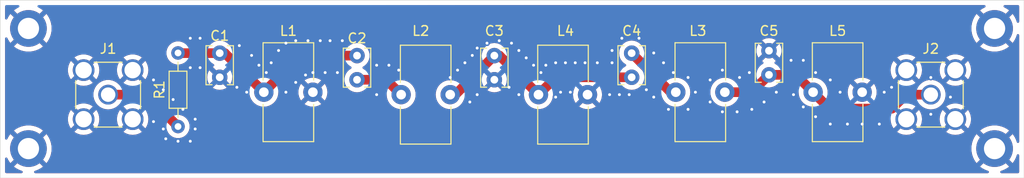
<source format=kicad_pcb>
(kicad_pcb (version 20240108) (generator "pcbnew") (generator_version "8.0")
  (layers (0 "F.Cu" signal) (31 "B.Cu" signal) (34 "B.Paste" user) (35 "F.Paste" user) (36 "B.SilkS" user "B.Silkscreen") (37 "F.SilkS" user "F.Silkscreen") (38 "B.Mask" user) (39 "F.Mask" user) (44 "Edge.Cuts" user))
  (net 0 "")
  (net 1 "Net-(C1-Pad2)")
  (net 2 "Net-(C2-Pad1)")
  (net 3 "Net-(C3-Pad2)")
  (net 4 "Net-(J2-In)")
  (net 5 "Net-(C5-Pad2)")
  (net 6 "Net-(J1-In)")
  (net 7 "GND")
  (footprint "Capacitor_THT:C_Disc_D3.8mm_W2.6mm_P2.50mm" (layer "F.Cu") (at 164.338 96.5 90)
    (property "Reference" "C5" (at 4.552 0 0) (layer "F.SilkS"))
    (property "Value" "470p")
    (fp_line (start 3.27 -1.42) (end 3.27 -0.795) (stroke (width 0.12)) (layer "F.SilkS"))
    (fp_line (start -0.77 -1.42) (end 3.27 -1.42) (stroke (width 0.12)) (layer "F.SilkS"))
    (fp_line (start -0.77 -1.42) (end -0.77 -0.795) (stroke (width 0.12)) (layer "F.SilkS"))
    (fp_line (start 3.27 0.795) (end 3.27 1.42) (stroke (width 0.12)) (layer "F.SilkS"))
    (fp_line (start -0.77 0.795) (end -0.77 1.42) (stroke (width 0.12)) (layer "F.SilkS"))
    (fp_line (start -0.77 1.42) (end 3.27 1.42) (stroke (width 0.12)) (layer "F.SilkS"))
    (pad "1" thru_hole circle (at 0 0 90) (size 1.6 1.6) (drill 0.8) (layers "*.Cu" "*.Mask") (net 4 "Net-(J2-In)"))
    (pad "2" thru_hole circle (at 2.5 0 90) (size 1.6 1.6) (drill 0.8) (layers "*.Cu" "*.Mask") (net 7 "GND"))
  )
  (footprint "Resistor_THT:R_Axial_DIN0204_L3.6mm_D1.6mm_P7.62mm_Horizontal" (layer "F.Cu") (at 103.124 101.854 90)
    (property "Reference" "R1" (at 3.81 -1.92 -90) (layer "F.SilkS"))
    (property "Value" "50")
    (fp_line (start 5.73 -0.92) (end 1.89 -0.92) (stroke (width 0.12)) (layer "F.SilkS"))
    (fp_line (start 1.89 -0.92) (end 1.89 0.92) (stroke (width 0.12)) (layer "F.SilkS"))
    (fp_line (start 6.68 0) (end 5.73 0) (stroke (width 0.12)) (layer "F.SilkS"))
    (fp_line (start 0.94 0) (end 1.89 0) (stroke (width 0.12)) (layer "F.SilkS"))
    (fp_line (start 5.73 0.92) (end 5.73 -0.92) (stroke (width 0.12)) (layer "F.SilkS"))
    (fp_line (start 1.89 0.92) (end 5.73 0.92) (stroke (width 0.12)) (layer "F.SilkS"))
    (pad "1" thru_hole circle (at 0 0 90) (size 1.4 1.4) (drill 0.7) (layers "*.Cu" "*.Mask") (net 6 "Net-(J1-In)"))
    (pad "2" thru_hole oval (at 7.62 0 90) (size 1.4 1.4) (drill 0.7) (layers "*.Cu" "*.Mask") (net 2 "Net-(C2-Pad1)"))
  )
  (footprint "Inductor_THT:L_Toroid_Vertical_L10.0mm_W5.0mm_P5.08mm" (layer "F.Cu") (at 112.014 98.298 90)
    (property "Reference" "L1" (at 6.35 2.54 180) (layer "F.SilkS"))
    (property "Value" "13u")
    (fp_line (start 5.12 -0.08) (end 5.12 5.16) (stroke (width 0.12)) (layer "F.SilkS"))
    (fp_line (start 1.255 -0.08) (end 5.12 -0.08) (stroke (width 0.12)) (layer "F.SilkS"))
    (fp_line (start -5.12 -0.08) (end -1.255 -0.08) (stroke (width 0.12)) (layer "F.SilkS"))
    (fp_line (start -5.12 -0.08) (end -5.12 5.16) (stroke (width 0.12)) (layer "F.SilkS"))
    (fp_line (start 1.255 5.16) (end 5.12 5.16) (stroke (width 0.12)) (layer "F.SilkS"))
    (fp_line (start -5.12 5.16) (end -1.255 5.16) (stroke (width 0.12)) (layer "F.SilkS"))
    (pad "1" thru_hole circle (at 0 0 90) (size 2 2) (drill 1) (layers "*.Cu" "*.Mask") (net 2 "Net-(C2-Pad1)"))
    (pad "2" thru_hole circle (at 0 5.08 90) (size 2 2) (drill 1) (layers "*.Cu" "*.Mask") (net 7 "GND"))
  )
  (footprint "Inductor_THT:L_Toroid_Vertical_L10.0mm_W5.0mm_P5.08mm" (layer "F.Cu") (at 168.91 98.298 90)
    (property "Reference" "L5" (at 6.35 2.54 0) (layer "F.SilkS"))
    (property "Value" "13u")
    (fp_line (start 5.12 -0.08) (end 5.12 5.16) (stroke (width 0.12)) (layer "F.SilkS"))
    (fp_line (start 1.255 -0.08) (end 5.12 -0.08) (stroke (width 0.12)) (layer "F.SilkS"))
    (fp_line (start -5.12 -0.08) (end -1.255 -0.08) (stroke (width 0.12)) (layer "F.SilkS"))
    (fp_line (start -5.12 -0.08) (end -5.12 5.16) (stroke (width 0.12)) (layer "F.SilkS"))
    (fp_line (start 1.255 5.16) (end 5.12 5.16) (stroke (width 0.12)) (layer "F.SilkS"))
    (fp_line (start -5.12 5.16) (end -1.255 5.16) (stroke (width 0.12)) (layer "F.SilkS"))
    (pad "1" thru_hole circle (at 0 0 90) (size 2 2) (drill 1) (layers "*.Cu" "*.Mask") (net 4 "Net-(J2-In)"))
    (pad "2" thru_hole circle (at 0 5.08 90) (size 2 2) (drill 1) (layers "*.Cu" "*.Mask") (net 7 "GND"))
  )
  (footprint "MountingHole:MountingHole_2.2mm_M2_DIN965_Pad" (layer "F.Cu") (at 187.706 104.14)
    (property "Reference" "REF**" (hide yes))
    (property "Value" "MountingHole_2.2mm_M2_DIN965_Pad" (hide yes))
    (pad "1" thru_hole circle (at 0 0) (size 3.8 3.8) (drill 2.2) (layers "*.Cu" "*.Mask") (net 7 "GND"))
  )
  (footprint "Connector_Coaxial:SMA_Amphenol_901-144_Vertical" (layer "F.Cu") (at 181.102 98.552)
    (property "Reference" "J2" (at 0 -4.75 0) (layer "F.SilkS"))
    (property "Value" "OUT")
    (fp_line (start -3.355 -1.45) (end -3.355 1.45) (stroke (width 0.12)) (layer "F.SilkS"))
    (fp_line (start -1.45 -3.355) (end 1.45 -3.355) (stroke (width 0.12)) (layer "F.SilkS"))
    (fp_line (start -1.45 3.355) (end 1.45 3.355) (stroke (width 0.12)) (layer "F.SilkS"))
    (fp_line (start 3.355 -1.45) (end 3.355 1.45) (stroke (width 0.12)) (layer "F.SilkS"))
    (pad "1" thru_hole circle (at 0 0) (size 2.05 2.05) (drill 1.5) (layers "*.Cu" "*.Mask") (net 4 "Net-(J2-In)"))
    (pad "2" thru_hole circle (at -2.54 -2.54) (size 2.25 2.25) (drill 1.7) (layers "*.Cu" "*.Mask") (net 7 "GND"))
    (pad "2" thru_hole circle (at -2.54 2.54) (size 2.25 2.25) (drill 1.7) (layers "*.Cu" "*.Mask") (net 7 "GND"))
    (pad "2" thru_hole circle (at 2.54 -2.54) (size 2.25 2.25) (drill 1.7) (layers "*.Cu" "*.Mask") (net 7 "GND"))
    (pad "2" thru_hole circle (at 2.54 2.54) (size 2.25 2.25) (drill 1.7) (layers "*.Cu" "*.Mask") (net 7 "GND"))
  )
  (footprint "MountingHole:MountingHole_2.2mm_M2_DIN965_Pad" (layer "F.Cu") (at 187.706 91.694)
    (property "Reference" "REF**" (hide yes))
    (property "Value" "MountingHole_2.2mm_M2_DIN965_Pad" (hide yes))
    (pad "1" thru_hole circle (at 0 0) (size 3.8 3.8) (drill 2.2) (layers "*.Cu" "*.Mask") (net 7 "GND"))
  )
  (footprint "Capacitor_THT:C_Disc_D3.8mm_W2.6mm_P2.50mm" (layer "F.Cu") (at 121.666 94.508 -90)
    (property "Reference" "C2" (at -1.798 0 180) (layer "F.SilkS"))
    (property "Value" "4.3n")
    (fp_line (start -0.77 1.42) (end 3.27 1.42) (stroke (width 0.12)) (layer "F.SilkS"))
    (fp_line (start -0.77 0.795) (end -0.77 1.42) (stroke (width 0.12)) (layer "F.SilkS"))
    (fp_line (start 3.27 0.795) (end 3.27 1.42) (stroke (width 0.12)) (layer "F.SilkS"))
    (fp_line (start -0.77 -1.42) (end -0.77 -0.795) (stroke (width 0.12)) (layer "F.SilkS"))
    (fp_line (start -0.77 -1.42) (end 3.27 -1.42) (stroke (width 0.12)) (layer "F.SilkS"))
    (fp_line (start 3.27 -1.42) (end 3.27 -0.795) (stroke (width 0.12)) (layer "F.SilkS"))
    (pad "1" thru_hole circle (at 0 0 270) (size 1.6 1.6) (drill 0.8) (layers "*.Cu" "*.Mask") (net 2 "Net-(C2-Pad1)"))
    (pad "2" thru_hole circle (at 2.5 0 270) (size 1.6 1.6) (drill 0.8) (layers "*.Cu" "*.Mask") (net 3 "Net-(C3-Pad2)"))
  )
  (footprint "Capacitor_THT:C_Disc_D3.8mm_W2.6mm_P2.50mm" (layer "F.Cu") (at 107.442 94.254 -90)
    (property "Reference" "C1" (at -1.798 0 180) (layer "F.SilkS"))
    (property "Value" "470p")
    (fp_line (start -0.77 1.42) (end 3.27 1.42) (stroke (width 0.12)) (layer "F.SilkS"))
    (fp_line (start -0.77 0.795) (end -0.77 1.42) (stroke (width 0.12)) (layer "F.SilkS"))
    (fp_line (start 3.27 0.795) (end 3.27 1.42) (stroke (width 0.12)) (layer "F.SilkS"))
    (fp_line (start -0.77 -1.42) (end -0.77 -0.795) (stroke (width 0.12)) (layer "F.SilkS"))
    (fp_line (start -0.77 -1.42) (end 3.27 -1.42) (stroke (width 0.12)) (layer "F.SilkS"))
    (fp_line (start 3.27 -1.42) (end 3.27 -0.795) (stroke (width 0.12)) (layer "F.SilkS"))
    (pad "1" thru_hole circle (at 0 0 270) (size 1.6 1.6) (drill 0.8) (layers "*.Cu" "*.Mask") (net 2 "Net-(C2-Pad1)"))
    (pad "2" thru_hole circle (at 2.5 0 270) (size 1.6 1.6) (drill 0.8) (layers "*.Cu" "*.Mask") (net 7 "GND"))
  )
  (footprint "MountingHole:MountingHole_2.2mm_M2_DIN965_Pad" (layer "F.Cu") (at 87.63 104.14)
    (property "Reference" "REF**" (hide yes))
    (property "Value" "MountingHole_2.2mm_M2_DIN965_Pad" (hide yes))
    (pad "" thru_hole circle (at 0 0) (size 3.8 3.8) (drill 2.2) (layers "*.Cu" "*.Mask") (net 7 "GND"))
  )
  (footprint "MountingHole:MountingHole_2.2mm_M2_DIN965_Pad" (layer "F.Cu") (at 87.63 91.694)
    (property "Reference" "REF**" (hide yes))
    (property "Value" "MountingHole_2.2mm_M2_DIN965_Pad" (hide yes))
    (pad "1" thru_hole circle (at 0 0) (size 3.8 3.8) (drill 2.2) (layers "*.Cu" "*.Mask") (net 7 "GND"))
  )
  (footprint "Capacitor_THT:C_Disc_D3.8mm_W2.6mm_P2.50mm" (layer "F.Cu") (at 135.89 97.008 90)
    (property "Reference" "C3" (at 5.06 0 0) (layer "F.SilkS"))
    (property "Value" "820p")
    (fp_line (start 3.27 -1.42) (end 3.27 -0.795) (stroke (width 0.12)) (layer "F.SilkS"))
    (fp_line (start -0.77 -1.42) (end 3.27 -1.42) (stroke (width 0.12)) (layer "F.SilkS"))
    (fp_line (start -0.77 -1.42) (end -0.77 -0.795) (stroke (width 0.12)) (layer "F.SilkS"))
    (fp_line (start 3.27 0.795) (end 3.27 1.42) (stroke (width 0.12)) (layer "F.SilkS"))
    (fp_line (start -0.77 0.795) (end -0.77 1.42) (stroke (width 0.12)) (layer "F.SilkS"))
    (fp_line (start -0.77 1.42) (end 3.27 1.42) (stroke (width 0.12)) (layer "F.SilkS"))
    (pad "1" thru_hole circle (at 0 0 90) (size 1.6 1.6) (drill 0.8) (layers "*.Cu" "*.Mask") (net 7 "GND"))
    (pad "2" thru_hole circle (at 2.5 0 90) (size 1.6 1.6) (drill 0.8) (layers "*.Cu" "*.Mask") (net 1 "Net-(C1-Pad2)"))
  )
  (footprint "Inductor_THT:L_Toroid_Vertical_L10.0mm_W5.0mm_P5.08mm" (layer "F.Cu") (at 154.686 98.298 90)
    (property "Reference" "L3" (at 6.35 2.286 0) (layer "F.SilkS"))
    (property "Value" "1.5u")
    (fp_line (start 5.12 -0.08) (end 5.12 5.16) (stroke (width 0.12)) (layer "F.SilkS"))
    (fp_line (start 1.255 -0.08) (end 5.12 -0.08) (stroke (width 0.12)) (layer "F.SilkS"))
    (fp_line (start -5.12 -0.08) (end -1.255 -0.08) (stroke (width 0.12)) (layer "F.SilkS"))
    (fp_line (start -5.12 -0.08) (end -5.12 5.16) (stroke (width 0.12)) (layer "F.SilkS"))
    (fp_line (start 1.255 5.16) (end 5.12 5.16) (stroke (width 0.12)) (layer "F.SilkS"))
    (fp_line (start -5.12 5.16) (end -1.255 5.16) (stroke (width 0.12)) (layer "F.SilkS"))
    (pad "1" thru_hole circle (at 0 0 90) (size 2 2) (drill 1) (layers "*.Cu" "*.Mask") (net 5 "Net-(C5-Pad2)"))
    (pad "2" thru_hole circle (at 0 5.08 90) (size 2 2) (drill 1) (layers "*.Cu" "*.Mask") (net 4 "Net-(J2-In)"))
  )
  (footprint "Connector_Coaxial:SMA_Amphenol_901-144_Vertical" (layer "F.Cu") (at 95.885 98.552)
    (property "Reference" "J1" (at 0 -4.75 0) (layer "F.SilkS"))
    (property "Value" "IN")
    (fp_line (start -3.355 -1.45) (end -3.355 1.45) (stroke (width 0.12)) (layer "F.SilkS"))
    (fp_line (start -1.45 -3.355) (end 1.45 -3.355) (stroke (width 0.12)) (layer "F.SilkS"))
    (fp_line (start -1.45 3.355) (end 1.45 3.355) (stroke (width 0.12)) (layer "F.SilkS"))
    (fp_line (start 3.355 -1.45) (end 3.355 1.45) (stroke (width 0.12)) (layer "F.SilkS"))
    (pad "1" thru_hole circle (at 0 0) (size 2.05 2.05) (drill 1.5) (layers "*.Cu" "*.Mask") (net 6 "Net-(J1-In)"))
    (pad "2" thru_hole circle (at -2.54 -2.54) (size 2.25 2.25) (drill 1.7) (layers "*.Cu" "*.Mask") (net 7 "GND"))
    (pad "2" thru_hole circle (at -2.54 2.54) (size 2.25 2.25) (drill 1.7) (layers "*.Cu" "*.Mask") (net 7 "GND"))
    (pad "2" thru_hole circle (at 2.54 -2.54) (size 2.25 2.25) (drill 1.7) (layers "*.Cu" "*.Mask") (net 7 "GND"))
    (pad "2" thru_hole circle (at 2.54 2.54) (size 2.25 2.25) (drill 1.7) (layers "*.Cu" "*.Mask") (net 7 "GND"))
  )
  (footprint "Inductor_THT:L_Toroid_Vertical_L10.0mm_W5.0mm_P5.08mm" (layer "F.Cu") (at 126.238 98.552 90)
    (property "Reference" "L2" (at 6.604 2.032 0) (layer "F.SilkS"))
    (property "Value" "1.5u")
    (fp_line (start 5.12 -0.08) (end 5.12 5.16) (stroke (width 0.12)) (layer "F.SilkS"))
    (fp_line (start 1.255 -0.08) (end 5.12 -0.08) (stroke (width 0.12)) (layer "F.SilkS"))
    (fp_line (start -5.12 -0.08) (end -1.255 -0.08) (stroke (width 0.12)) (layer "F.SilkS"))
    (fp_line (start -5.12 -0.08) (end -5.12 5.16) (stroke (width 0.12)) (layer "F.SilkS"))
    (fp_line (start 1.255 5.16) (end 5.12 5.16) (stroke (width 0.12)) (layer "F.SilkS"))
    (fp_line (start -5.12 5.16) (end -1.255 5.16) (stroke (width 0.12)) (layer "F.SilkS"))
    (pad "1" thru_hole circle (at 0 0 90) (size 2 2) (drill 1) (layers "*.Cu" "*.Mask") (net 3 "Net-(C3-Pad2)"))
    (pad "2" thru_hole circle (at 0 5.08 90) (size 2 2) (drill 1) (layers "*.Cu" "*.Mask") (net 1 "Net-(C1-Pad2)"))
  )
  (footprint "Inductor_THT:L_Toroid_Vertical_L10.0mm_W5.0mm_P5.08mm" (layer "F.Cu") (at 140.462 98.552 90)
    (property "Reference" "L4" (at 6.604 2.794 0) (layer "F.SilkS"))
    (property "Value" "7.5u")
    (fp_line (start 5.12 -0.08) (end 5.12 5.16) (stroke (width 0.12)) (layer "F.SilkS"))
    (fp_line (start 1.255 -0.08) (end 5.12 -0.08) (stroke (width 0.12)) (layer "F.SilkS"))
    (fp_line (start -5.12 -0.08) (end -1.255 -0.08) (stroke (width 0.12)) (layer "F.SilkS"))
    (fp_line (start -5.12 -0.08) (end -5.12 5.16) (stroke (width 0.12)) (layer "F.SilkS"))
    (fp_line (start 1.255 5.16) (end 5.12 5.16) (stroke (width 0.12)) (layer "F.SilkS"))
    (fp_line (start -5.12 5.16) (end -1.255 5.16) (stroke (width 0.12)) (layer "F.SilkS"))
    (pad "1" thru_hole circle (at 0 0 90) (size 2 2) (drill 1) (layers "*.Cu" "*.Mask") (net 1 "Net-(C1-Pad2)"))
    (pad "2" thru_hole circle (at 0 5.08 90) (size 2 2) (drill 1) (layers "*.Cu" "*.Mask") (net 7 "GND"))
  )
  (footprint "Capacitor_THT:C_Disc_D3.8mm_W2.6mm_P2.50mm" (layer "F.Cu") (at 150.114 96.754 90)
    (property "Reference" "C4" (at 4.806 0 0) (layer "F.SilkS"))
    (property "Value" "4.3n")
    (fp_line (start 3.27 -1.42) (end 3.27 -0.795) (stroke (width 0.12)) (layer "F.SilkS"))
    (fp_line (start -0.77 -1.42) (end 3.27 -1.42) (stroke (width 0.12)) (layer "F.SilkS"))
    (fp_line (start -0.77 -1.42) (end -0.77 -0.795) (stroke (width 0.12)) (layer "F.SilkS"))
    (fp_line (start 3.27 0.795) (end 3.27 1.42) (stroke (width 0.12)) (layer "F.SilkS"))
    (fp_line (start -0.77 0.795) (end -0.77 1.42) (stroke (width 0.12)) (layer "F.SilkS"))
    (fp_line (start -0.77 1.42) (end 3.27 1.42) (stroke (width 0.12)) (layer "F.SilkS"))
    (pad "1" thru_hole circle (at 0 0 90) (size 1.6 1.6) (drill 0.8) (layers "*.Cu" "*.Mask") (net 1 "Net-(C1-Pad2)"))
    (pad "2" thru_hole circle (at 2.5 0 90) (size 1.6 1.6) (drill 0.8) (layers "*.Cu" "*.Mask") (net 5 "Net-(C5-Pad2)"))
  )
  (gr_rect (start 84.709 88.773) (end 190.754 107.188) (stroke (width 0.05)) (fill none) (layer "Edge.Cuts"))
  (segment (start 135.89 94.508) (end 136.418 94.508) (width 1) (layer "F.Cu") (net 1))
  (segment (start 140.462 98.552) (end 142.26 96.754) (width 1) (layer "F.Cu") (net 1))
  (segment (start 131.318 98.552) (end 131.846 98.552) (width 1) (layer "F.Cu") (net 1))
  (segment (start 142.26 96.754) (end 150.114 96.754) (width 1) (layer "F.Cu") (net 1))
  (segment (start 131.846 98.552) (end 135.89 94.508) (width 1) (layer "F.Cu") (net 1))
  (segment (start 136.418 94.508) (end 140.462 98.552) (width 1) (layer "F.Cu") (net 1))
  (segment (start 112.014 98.298) (end 115.804 94.508) (width 1) (layer "F.Cu") (net 2))
  (segment (start 107.442 94.254) (end 103.144 94.254) (width 1) (layer "F.Cu") (net 2))
  (segment (start 103.144 94.254) (end 103.124 94.234) (width 1) (layer "F.Cu") (net 2))
  (segment (start 107.97 94.254) (end 112.014 98.298) (width 1) (layer "F.Cu") (net 2))
  (segment (start 115.804 94.508) (end 121.666 94.508) (width 1) (layer "F.Cu") (net 2))
  (segment (start 107.442 94.254) (end 107.97 94.254) (width 1) (layer "F.Cu") (net 2))
  (segment (start 121.666 97.008) (end 124.694 97.008) (width 1) (layer "F.Cu") (net 3))
  (segment (start 124.694 97.008) (end 126.238 98.552) (width 1) (layer "F.Cu") (net 3))
  (segment (start 159.766 98.298) (end 162.54 98.298) (width 1) (layer "F.Cu") (net 4))
  (segment (start 177.07506 99.998) (end 178.52106 98.552) (width 1) (layer "F.Cu") (net 4))
  (segment (start 164.338 96.5) (end 167.112 96.5) (width 1) (layer "F.Cu") (net 4))
  (segment (start 170.61 99.998) (end 177.07506 99.998) (width 1) (layer "F.Cu") (net 4))
  (segment (start 167.112 96.5) (end 168.91 98.298) (width 1) (layer "F.Cu") (net 4))
  (segment (start 162.54 98.298) (end 164.338 96.5) (width 1) (layer "F.Cu") (net 4))
  (segment (start 178.52106 98.552) (end 181.102 98.552) (width 1) (layer "F.Cu") (net 4))
  (segment (start 168.91 98.298) (end 170.61 99.998) (width 1) (layer "F.Cu") (net 4))
  (segment (start 154.686 98.298) (end 154.158 98.298) (width 1) (layer "F.Cu") (net 5))
  (segment (start 154.158 98.298) (end 150.114 94.254) (width 1) (layer "F.Cu") (net 5))
  (segment (start 95.885 98.552) (end 99.822 98.552) (width 1) (layer "F.Cu") (net 6))
  (segment (start 99.822 98.552) (end 103.124 101.854) (width 1) (layer "F.Cu") (net 6))
  (via (at 170.688 97.028) (size 0.6) (drill 0.3) (layers "F.Cu" "B.Cu") (net 7))
  (via (at 153.924 100.076) (size 0.6) (drill 0.3) (layers "F.Cu" "B.Cu") (net 7))
  (via (at 101.854 103.124) (size 0.6) (drill 0.3) (layers "F.Cu" "B.Cu") (net 7))
  (via (at 146.558 95.25) (size 0.6) (drill 0.3) (layers "F.Cu" "B.Cu") (net 7))
  (via (at 131.318 96.774) (size 0.6) (drill 0.3) (layers "F.Cu" "B.Cu") (net 7))
  (via (at 104.394 92.71) (size 0.6) (drill 0.3) (layers "F.Cu" "B.Cu") (net 7))
  (via (at 171.704 98.298) (size 0.6) (drill 0.3) (layers "F.Cu" "B.Cu") (net 7))
  (via (at 162.306 96.266) (size 0.6) (drill 0.3) (layers "F.Cu" "B.Cu") (net 7))
  (via (at 120.142 92.964) (size 0.6) (drill 0.3) (layers "F.Cu" "B.Cu") (net 7))
  (via (at 155.956 96.774) (size 0.6) (drill 0.3) (layers "F.Cu" "B.Cu") (net 7))
  (via (at 132.842 95.25) (size 0.6) (drill 0.3) (layers "F.Cu" "B.Cu") (net 7))
  (via (at 170.688 101.6) (size 0.6) (drill 0.3) (layers "F.Cu" "B.Cu") (net 7))
  (via (at 149.098 92.71) (size 0.6) (drill 0.3) (layers "F.Cu" "B.Cu") (net 7))
  (via (at 133.35 99.314) (size 0.6) (drill 0.3) (layers "F.Cu" "B.Cu") (net 7))
  (via (at 137.668 93.218) (size 0.6) (drill 0.3) (layers "F.Cu" "B.Cu") (net 7))
  (via (at 163.83 99.314) (size 0.6) (drill 0.3) (layers "F.Cu" "B.Cu") (net 7))
  (via (at 142.24 98.806) (size 0.6) (drill 0.3) (layers "F.Cu" "B.Cu") (net 7))
  (via (at 152.4 98.806) (size 0.6) (drill 0.3) (layers "F.Cu" "B.Cu") (net 7))
  (via (at 148.082 93.98) (size 0.6) (drill 0.3) (layers "F.Cu" "B.Cu") (net 7))
  (via (at 118.364 96.266) (size 0.6) (drill 0.3) (layers "F.Cu" "B.Cu") (net 7))
  (via (at 166.624 94.996) (size 0.6) (drill 0.3) (layers "F.Cu" "B.Cu") (net 7))
  (via (at 181.102 96.774) (size 0.6) (drill 0.3) (layers "F.Cu" "B.Cu") (net 7))
  (via (at 141.224 95.504) (size 0.6) (drill 0.3) (layers "F.Cu" "B.Cu") (net 7))
  (via (at 135.128 93.218) (size 0.6) (drill 0.3) (layers "F.Cu" "B.Cu") (net 7))
  (via (at 104.902 102.108) (size 0.6) (drill 0.3) (layers "F.Cu" "B.Cu") (net 7))
  (via (at 136.398 92.964) (size 0.6) (drill 0.3) (layers "F.Cu" "B.Cu") (net 7))
  (via (at 114.3 93.218) (size 0.6) (drill 0.3) (layers "F.Cu" "B.Cu") (net 7))
  (via (at 169.164 100.838) (size 0.6) (drill 0.3) (layers "F.Cu" "B.Cu") (net 7))
  (via (at 177.038 97.79) (size 0.6) (drill 0.3) (layers "F.Cu" "B.Cu") (net 7))
  (via (at 150.876 92.71) (size 0.6) (drill 0.3) (layers "F.Cu" "B.Cu") (net 7))
  (via (at 110.236 98.298) (size 0.6) (drill 0.3) (layers "F.Cu" "B.Cu") (net 7))
  (via (at 115.316 92.964) (size 0.6) (drill 0.3) (layers "F.Cu" "B.Cu") (net 7))
  (via (at 161.29 96.774) (size 0.6) (drill 0.3) (layers "F.Cu" "B.Cu") (net 7))
  (via (at 102.616 99.06) (size 0.6) (drill 0.3) (layers "F.Cu" "B.Cu") (net 7))
  (via (at 143.256 95.25) (size 0.6) (drill 0.3) (layers "F.Cu" "B.Cu") (net 7))
  (via (at 149.86 98.552) (size 0.6) (drill 0.3) (layers "F.Cu" "B.Cu") (net 7))
  (via (at 134.112 98.552) (size 0.6) (drill 0.3) (layers "F.Cu" "B.Cu") (net 7))
  (via (at 114.3 98.298) (size 0.6) (drill 0.3) (layers "F.Cu" "B.Cu") (net 7))
  (via (at 183.134 98.806) (size 0.6) (drill 0.3) (layers "F.Cu" "B.Cu") (net 7))
  (via (at 176.276 98.298) (size 0.6) (drill 0.3) (layers "F.Cu" "B.Cu") (net 7))
  (via (at 139.192 94.742) (size 0.6) (drill 0.3) (layers "F.Cu" "B.Cu") (net 7))
  (via (at 104.394 95.758) (size 0.6) (drill 0.3) (layers "F.Cu" "B.Cu") (net 7))
  (via (at 116.586 92.964) (size 0.6) (drill 0.3) (layers "F.Cu" "B.Cu") (net 7))
  (via (at 103.632 100.076) (size 0.6) (drill 0.3) (layers "F.Cu" "B.Cu") (net 7))
  (via (at 155.956 100.076) (size 0.6) (drill 0.3) (layers "F.Cu" "B.Cu") (net 7))
  (via (at 153.416 95.25) (size 0.6) (drill 0.3) (layers "F.Cu" "B.Cu") (net 7))
  (via (at 137.414 97.79) (size 0.6) (drill 0.3) (layers "F.Cu" "B.Cu") (net 7))
  (via (at 133.604 94.488) (size 0.6) (drill 0.3) (layers "F.Cu" "B.Cu") (net 7))
  (via (at 173.99 101.6) (size 0.6) (drill 0.3) (layers "F.Cu" "B.Cu") (net 7))
  (via (at 154.432 96.266) (size 0.6) (drill 0.3) (layers "F.Cu" "B.Cu") (net 7))
  (via (at 101.6 102.108) (size 0.6) (drill 0.3) (layers "F.Cu" "B.Cu") (net 7))
  (via (at 162.56 100.076) (size 0.6) (drill 0.3) (layers "F.Cu" "B.Cu") (net 7))
  (via (at 169.164 96.266) (size 0.6) (drill 0.3) (layers "F.Cu" "B.Cu") (net 7))
  (via (at 105.41 95.758) (size 0.6) (drill 0.3) (layers "F.Cu" "B.Cu") (net 7))
  (via (at 104.394 103.378) (size 0.6) (drill 0.3) (layers "F.Cu" "B.Cu") (net 7))
  (via (at 123.698 98.552) (size 0.6) (drill 0.3) (layers "F.Cu" "B.Cu") (net 7))
  (via (at 117.856 92.964) (size 0.6) (drill 0.3) (layers "F.Cu" "B.Cu") (net 7))
  (via (at 117.094 96.266) (size 0.6) (drill 0.3) (layers "F.Cu" "B.Cu") (net 7))
  (via (at 145.288 95.25) (size 0.6) (drill 0.3) (layers "F.Cu" "B.Cu") (net 7))
  (via (at 100.584 97.028) (size 0.6) (drill 0.3) (layers "F.Cu" "B.Cu") (net 7))
  (via (at 172.466 101.6) (size 0.6) (drill 0.3) (layers "F.Cu" "B.Cu") (net 7))
  (via (at 138.43 93.98) (size 0.6) (drill 0.3) (layers "F.Cu" "B.Cu") (net 7))
  (via (at 109.474 93.472) (size 0.6) (drill 0.3) (layers "F.Cu" "B.Cu") (net 7))
  (via (at 118.872 92.964) (size 0.6) (drill 0.3) (layers "F.Cu" "B.Cu") (net 7))
  (via (at 132.08 96.012) (size 0.6) (drill 0.3) (layers "F.Cu" "B.Cu") (net 7))
  (via (at 124.968 95.504) (size 0.6) (drill 0.3) (layers "F.Cu" "B.Cu") (net 7))
  (via (at 109.22 97.79) (size 0.6) (drill 0.3) (layers "F.Cu" "B.Cu") (net 7))
  (via (at 115.316 97.282) (size 0.6) (drill 0.3) (layers "F.Cu" "B.Cu") (net 7))
  (via (at 142.748 98.298) (size 0.6) (drill 0.3) (layers "F.Cu" "B.Cu") (net 7))
  (via (at 167.894 99.822) (size 0.6) (drill 0.3) (layers "F.Cu" "B.Cu") (net 7))
  (via (at 165.1 98.298) (size 0.6) (drill 0.3) (layers "F.Cu" "B.Cu") (net 7))
  (via (at 119.634 96.266) (size 0.6) (drill 0.3) (layers "F.Cu" "B.Cu") (net 7))
  (via (at 110.744 94.488) (size 0.6) (drill 0.3) (layers "F.Cu" "B.Cu") (net 7))
  (via (at 138.43 98.552) (size 0.6) (drill 0.3) (layers "F.Cu" "B.Cu") (net 7))
  (via (at 112.268 96.266) (size 0.6) (drill 0.3) (layers "F.Cu" "B.Cu") (net 7))
  (via (at 181.102 100.584) (size 0.6) (drill 0.3) (layers "F.Cu" "B.Cu") (net 7))
  (via (at 116.332 96.52) (size 0.6) (drill 0.3) (layers "F.Cu" "B.Cu") (net 7))
  (via (at 158.242 97.028) (size 0.6) (drill 0.3) (layers "F.Cu" "B.Cu") (net 7))
  (via (at 159.512 96.012) (size 0.6) (drill 0.3) (layers "F.Cu" "B.Cu") (net 7))
  (via (at 151.638 98.044) (size 0.6) (drill 0.3) (layers "F.Cu" "B.Cu") (net 7))
  (via (at 112.776 95.25) (size 0.6) (drill 0.3) (layers "F.Cu" "B.Cu") (net 7))
  (via (at 140.716 96.266) (size 0.6) (drill 0.3) (layers "F.Cu" "B.Cu") (net 7))
  (via (at 159.512 100.33) (size 0.6) (drill 0.3) (layers "F.Cu" "B.Cu") (net 7))
  (via (at 113.538 93.98) (size 0.6) (drill 0.3) (layers "F.Cu" "B.Cu") (net 7))
  (via (at 144.272 95.25) (size 0.6) (drill 0.3) (layers "F.Cu" "B.Cu") (net 7))
  (via (at 111.506 95.504) (size 0.6) (drill 0.3) (layers "F.Cu" "B.Cu") (net 7))
  (via (at 152.4 94.234) (size 0.6) (drill 0.3) (layers "F.Cu" "B.Cu") (net 7))
  (via (at 123.698 95.504) (size 0.6) (drill 0.3) (layers "F.Cu" "B.Cu") (net 7))
  (via (at 104.902 101.092) (size 0.6) (drill 0.3) (layers "F.Cu" "B.Cu") (net 7))
  (via (at 147.828 98.552) (size 0.6) (drill 0.3) (layers "F.Cu" "B.Cu") (net 7))
  (via (at 166.878 98.552) (size 0.6) (drill 0.3) (layers "F.Cu" "B.Cu") (net 7))
  (via (at 148.082 95.25) (size 0.6) (drill 0.3) (layers "F.Cu" "B.Cu") (net 7))
  (via (at 161.036 100.33) (size 0.6) (drill 0.3) (layers "F.Cu" "B.Cu") (net 7))
  (via (at 175.768 101.6) (size 0.6) (drill 0.3) (layers "F.Cu" "B.Cu") (net 7))
  (via (at 139.954 95.504) (size 0.6) (drill 0.3) (layers "F.Cu" "B.Cu") (net 7))
  (via (at 143.764 98.298) (size 0.6) (drill 0.3) (layers "F.Cu" "B.Cu") (net 7))
  (via (at 105.41 92.71) (size 0.6) (drill 0.3) (layers "F.Cu" "B.Cu") (net 7))
  (via (at 148.844 98.552) (size 0.6) (drill 0.3) (layers "F.Cu" "B.Cu") (net 7))
  (via (at 158.242 99.314) (size 0.6) (drill 0.3) (layers "F.Cu" "B.Cu") (net 7))
  (via (at 134.112 93.726) (size 0.6) (drill 0.3) (layers "F.Cu" "B.Cu") (net 7))
  (via (at 142.24 95.25) (size 0.6) (drill 0.3) (layers "F.Cu" "B.Cu") (net 7))
  (via (at 101.6 98.044) (size 0.6) (drill 0.3) (layers "F.Cu" "B.Cu") (net 7))
  (via (at 125.984 96.012) (size 0.6) (drill 0.3) (layers "F.Cu" "B.Cu") (net 7))
  (via (at 167.894 94.996) (size 0.6) (drill 0.3) (layers "F.Cu" "B.Cu") (net 7))
  (via (at 156.718 98.298) (size 0.6) (drill 0.3) (layers "F.Cu" "B.Cu") (net 7))
  (via (at 100.584 101.346) (size 0.6) (drill 0.3) (layers "F.Cu" "B.Cu") (net 7))
  (via (at 103.124 103.378) (size 0.6) (drill 0.3) (layers "F.Cu" "B.Cu") (net 7))
  (zone (net 7) (net_name "GND") (layer "F.Cu") (connect_pads (clearance 0.5)) (min_thickness 0.25) (fill yes (thermal_gap 0.5) (thermal_bridge_width 0.5))
    (polygon (pts (xy 85.09 89.408) (xy 190.5 89.154) (xy 190.5 106.934) (xy 85.09 106.934)))
  )
  (zone (net 7) (net_name "GND") (layer "B.Cu") (priority 1) (connect_pads (clearance 0.5)) (min_thickness 0.25) (fill yes (thermal_gap 0.5) (thermal_bridge_width 0.5))
    (polygon (pts (xy 85.09 89.154) (xy 190.5 89.154) (xy 190.5 106.934) (xy 85.09 106.68)))
  )
)
</source>
